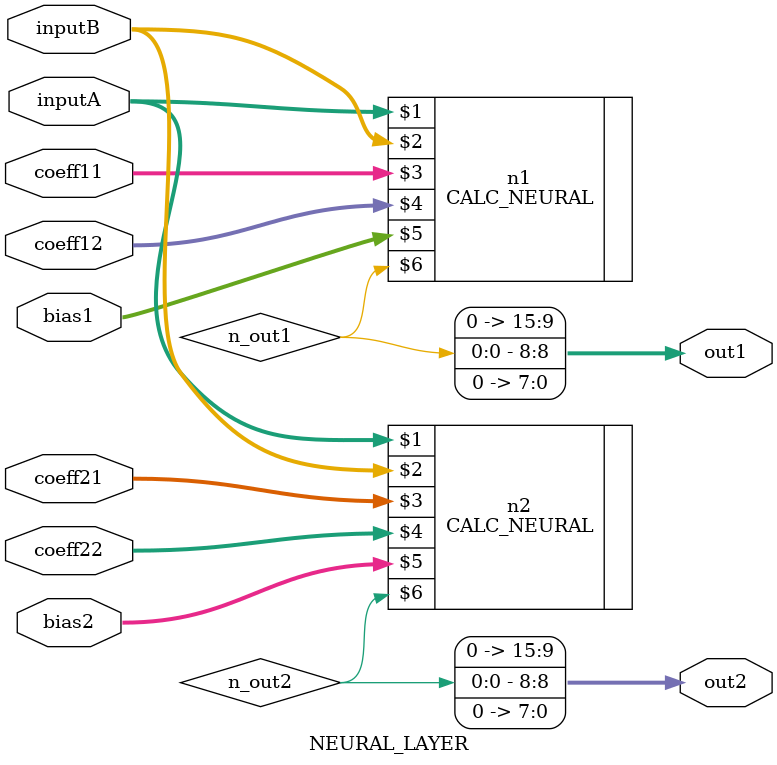
<source format=v>
/* NEURAL_LAYER */

module NEURAL_LAYER( inputA, inputB , coeff11, coeff12, coeff21, coeff22, bias1, bias2, out1 , out2 );
parameter width = 16;

input [width:1] inputA,inputB,coeff11,coeff12,coeff21,coeff22,bias1,bias2;
output [width:1] out1,out2;
wire n_out1,n_out2;

CALC_NEURAL n1(inputA,inputB,coeff11,coeff12,bias1,n_out1);
CALC_NEURAL n2(inputA,inputB,coeff21,coeff22,bias2,n_out2);

assign out1 = n_out1 << (width/2);
assign out2 = n_out2 << (width/2);

endmodule

</source>
